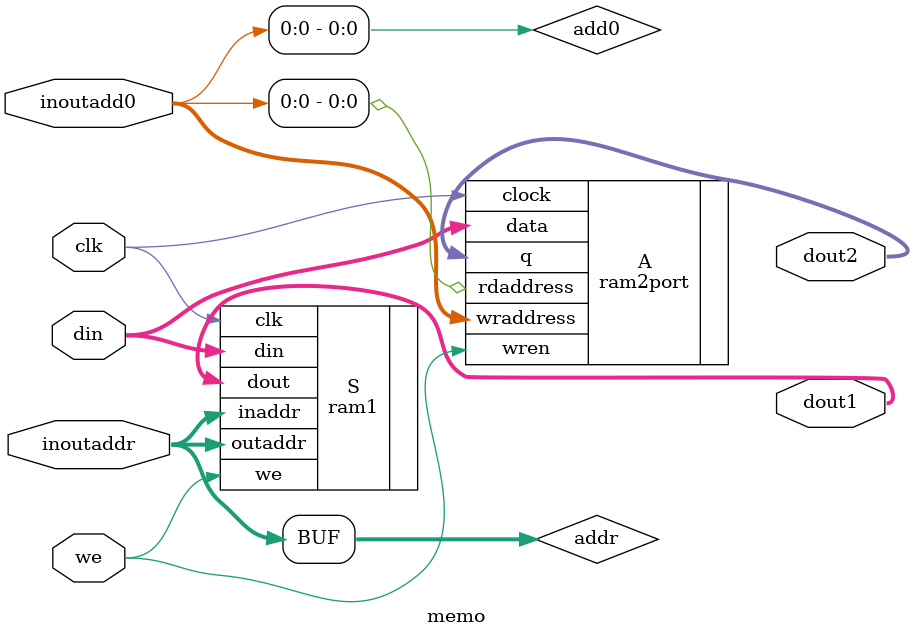
<source format=v>
module memo(clk, we, inoutaddr, inoutadd0, din, dout1, dout2);
	input clk;
	input we;
	input [3:0] inoutaddr;
	input [3:0] inoutadd0;
	wire [3:0] addr;
	input [7:0] din;
	output [7:0] dout1;
	output [7:0] dout2;
	assign addr = inoutaddr;
	assign add0 = inoutadd0;
	ram1 S(.clk(clk), .we(we), .inaddr(inoutaddr), .outaddr(addr), .din(din), .dout(dout1));
	ram2port A(.clock(clk), .data(din), .wren(we), .wraddress(inoutadd0), .rdaddress(add0), .q(dout2));
endmodule

</source>
